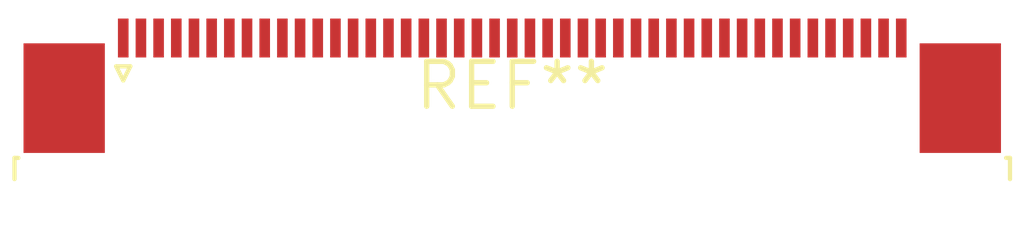
<source format=kicad_pcb>
(kicad_pcb (version 20240108) (generator pcbnew)
  (layers (0 "F.Cu" signal) (31 "B.Cu" signal) (34 "B.Paste" user) (35 "F.Paste" user) (36 "B.SilkS" user "B.Silkscreen") (37 "F.SilkS" user "F.Silkscreen") (38 "B.Mask" user) (39 "F.Mask" user) (44 "Edge.Cuts" user))
  (net 0 "")
  (footprint "TE_4-1734839-5_1x45-1MP_P0.5mm_Horizontal" (layer "F.Cu") (at 0 0)
    (property "Reference" "REF**")
    (property "Value" "PCB Edge")
    (fp_line (start -14.075 2.04) (end -14.075 2.64) (layer "F.SilkS") (stroke (width 0.12)))
    (fp_line (start -13.965 2.04) (end -14.075 2.04) (layer "F.SilkS") (stroke (width 0.12)))
    (fp_line (start -11.2 -0.55) (end -11 -0.15) (layer "F.SilkS") (stroke (width 0.12)))
    (fp_line (start -11 -0.15) (end -10.8 -0.55) (layer "F.SilkS") (stroke (width 0.12)))
    (fp_line (start -10.8 -0.55) (end -11.2 -0.55) (layer "F.SilkS") (stroke (width 0.12)))
    (fp_line (start 13.965 2.04) (end 14.075 2.04) (layer "F.SilkS") (stroke (width 0.12)))
    (fp_line (start 14.075 2.04) (end 14.075 2.64) (layer "F.SilkS") (stroke (width 0.12)))
    (pad "1" smd rect (at -11 -1.35) (size 0.3 1.1) (layers "F.Cu" "F.Paste" "F.Mask"))
    (pad "2" smd rect (at -10.5 -1.35) (size 0.3 1.1) (layers "F.Cu" "F.Paste" "F.Mask"))
    (pad "3" smd rect (at -10 -1.35) (size 0.3 1.1) (layers "F.Cu" "F.Paste" "F.Mask"))
    (pad "4" smd rect (at -9.5 -1.35) (size 0.3 1.1) (layers "F.Cu" "F.Paste" "F.Mask"))
    (pad "5" smd rect (at -9 -1.35) (size 0.3 1.1) (layers "F.Cu" "F.Paste" "F.Mask"))
    (pad "6" smd rect (at -8.5 -1.35) (size 0.3 1.1) (layers "F.Cu" "F.Paste" "F.Mask"))
    (pad "7" smd rect (at -8 -1.35) (size 0.3 1.1) (layers "F.Cu" "F.Paste" "F.Mask"))
    (pad "8" smd rect (at -7.5 -1.35) (size 0.3 1.1) (layers "F.Cu" "F.Paste" "F.Mask"))
    (pad "9" smd rect (at -7 -1.35) (size 0.3 1.1) (layers "F.Cu" "F.Paste" "F.Mask"))
    (pad "10" smd rect (at -6.5 -1.35) (size 0.3 1.1) (layers "F.Cu" "F.Paste" "F.Mask"))
    (pad "11" smd rect (at -6 -1.35) (size 0.3 1.1) (layers "F.Cu" "F.Paste" "F.Mask"))
    (pad "12" smd rect (at -5.5 -1.35) (size 0.3 1.1) (layers "F.Cu" "F.Paste" "F.Mask"))
    (pad "13" smd rect (at -5 -1.35) (size 0.3 1.1) (layers "F.Cu" "F.Paste" "F.Mask"))
    (pad "14" smd rect (at -4.5 -1.35) (size 0.3 1.1) (layers "F.Cu" "F.Paste" "F.Mask"))
    (pad "15" smd rect (at -4 -1.35) (size 0.3 1.1) (layers "F.Cu" "F.Paste" "F.Mask"))
    (pad "16" smd rect (at -3.5 -1.35) (size 0.3 1.1) (layers "F.Cu" "F.Paste" "F.Mask"))
    (pad "17" smd rect (at -3 -1.35) (size 0.3 1.1) (layers "F.Cu" "F.Paste" "F.Mask"))
    (pad "18" smd rect (at -2.5 -1.35) (size 0.3 1.1) (layers "F.Cu" "F.Paste" "F.Mask"))
    (pad "19" smd rect (at -2 -1.35) (size 0.3 1.1) (layers "F.Cu" "F.Paste" "F.Mask"))
    (pad "20" smd rect (at -1.5 -1.35) (size 0.3 1.1) (layers "F.Cu" "F.Paste" "F.Mask"))
    (pad "21" smd rect (at -1 -1.35) (size 0.3 1.1) (layers "F.Cu" "F.Paste" "F.Mask"))
    (pad "22" smd rect (at -0.5 -1.35) (size 0.3 1.1) (layers "F.Cu" "F.Paste" "F.Mask"))
    (pad "23" smd rect (at 0 -1.35) (size 0.3 1.1) (layers "F.Cu" "F.Paste" "F.Mask"))
    (pad "24" smd rect (at 0.5 -1.35) (size 0.3 1.1) (layers "F.Cu" "F.Paste" "F.Mask"))
    (pad "25" smd rect (at 1 -1.35) (size 0.3 1.1) (layers "F.Cu" "F.Paste" "F.Mask"))
    (pad "26" smd rect (at 1.5 -1.35) (size 0.3 1.1) (layers "F.Cu" "F.Paste" "F.Mask"))
    (pad "27" smd rect (at 2 -1.35) (size 0.3 1.1) (layers "F.Cu" "F.Paste" "F.Mask"))
    (pad "28" smd rect (at 2.5 -1.35) (size 0.3 1.1) (layers "F.Cu" "F.Paste" "F.Mask"))
    (pad "29" smd rect (at 3 -1.35) (size 0.3 1.1) (layers "F.Cu" "F.Paste" "F.Mask"))
    (pad "30" smd rect (at 3.5 -1.35) (size 0.3 1.1) (layers "F.Cu" "F.Paste" "F.Mask"))
    (pad "31" smd rect (at 4 -1.35) (size 0.3 1.1) (layers "F.Cu" "F.Paste" "F.Mask"))
    (pad "32" smd rect (at 4.5 -1.35) (size 0.3 1.1) (layers "F.Cu" "F.Paste" "F.Mask"))
    (pad "33" smd rect (at 5 -1.35) (size 0.3 1.1) (layers "F.Cu" "F.Paste" "F.Mask"))
    (pad "34" smd rect (at 5.5 -1.35) (size 0.3 1.1) (layers "F.Cu" "F.Paste" "F.Mask"))
    (pad "35" smd rect (at 6 -1.35) (size 0.3 1.1) (layers "F.Cu" "F.Paste" "F.Mask"))
    (pad "36" smd rect (at 6.5 -1.35) (size 0.3 1.1) (layers "F.Cu" "F.Paste" "F.Mask"))
    (pad "37" smd rect (at 7 -1.35) (size 0.3 1.1) (layers "F.Cu" "F.Paste" "F.Mask"))
    (pad "38" smd rect (at 7.5 -1.35) (size 0.3 1.1) (layers "F.Cu" "F.Paste" "F.Mask"))
    (pad "39" smd rect (at 8 -1.35) (size 0.3 1.1) (layers "F.Cu" "F.Paste" "F.Mask"))
    (pad "40" smd rect (at 8.5 -1.35) (size 0.3 1.1) (layers "F.Cu" "F.Paste" "F.Mask"))
    (pad "41" smd rect (at 9 -1.35) (size 0.3 1.1) (layers "F.Cu" "F.Paste" "F.Mask"))
    (pad "42" smd rect (at 9.5 -1.35) (size 0.3 1.1) (layers "F.Cu" "F.Paste" "F.Mask"))
    (pad "43" smd rect (at 10 -1.35) (size 0.3 1.1) (layers "F.Cu" "F.Paste" "F.Mask"))
    (pad "44" smd rect (at 10.5 -1.35) (size 0.3 1.1) (layers "F.Cu" "F.Paste" "F.Mask"))
    (pad "45" smd rect (at 11 -1.35) (size 0.3 1.1) (layers "F.Cu" "F.Paste" "F.Mask"))
    (pad "MP" smd rect (at -12.67 0.35) (size 2.3 3.1) (layers "F.Cu" "F.Paste" "F.Mask"))
    (pad "MP" smd rect (at 12.67 0.35) (size 2.3 3.1) (layers "F.Cu" "F.Paste" "F.Mask"))
  )
)
</source>
